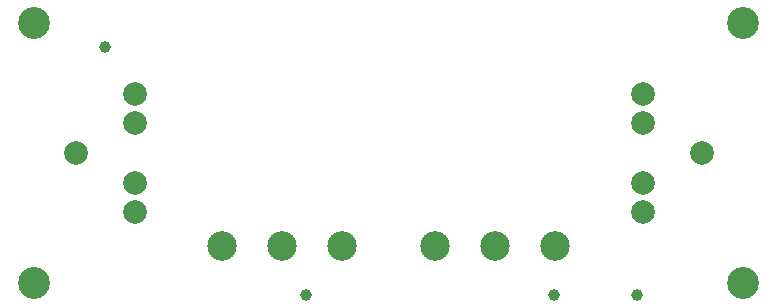
<source format=gts>
%TF.GenerationSoftware,KiCad,Pcbnew,(5.99.0-12063-ga3441a969d)*%
%TF.CreationDate,2021-08-23T19:33:07+08:00*%
%TF.ProjectId,CW-PHONE-BAND-PASS,43572d50-484f-44e4-952d-42414e442d50,rev?*%
%TF.SameCoordinates,PX5a995c0PY6422c40*%
%TF.FileFunction,Soldermask,Top*%
%TF.FilePolarity,Negative*%
%FSLAX46Y46*%
G04 Gerber Fmt 4.6, Leading zero omitted, Abs format (unit mm)*
G04 Created by KiCad (PCBNEW (5.99.0-12063-ga3441a969d)) date 2021-08-23 19:33:07*
%MOMM*%
%LPD*%
G01*
G04 APERTURE LIST*
%ADD10C,2.700000*%
%ADD11C,2.500000*%
%ADD12C,2.000000*%
%ADD13C,1.000000*%
G04 APERTURE END LIST*
D10*
%TO.C,H1*%
X68000000Y8000000D03*
%TD*%
D11*
%TO.C,RV2*%
X41920000Y11095000D03*
X47000000Y11095000D03*
X52080000Y11095000D03*
%TD*%
%TO.C,RV1*%
X23920000Y11095000D03*
X29000000Y11095000D03*
X34080000Y11095000D03*
%TD*%
D10*
%TO.C,H3*%
X8000000Y30000000D03*
%TD*%
%TO.C,H4*%
X68000000Y30000000D03*
%TD*%
%TO.C,H2*%
X8000000Y8000000D03*
%TD*%
D12*
%TO.C,J1*%
X16500000Y14000000D03*
X16500000Y16500000D03*
X11500000Y19000000D03*
X16500000Y24000000D03*
X16500000Y21500000D03*
%TD*%
D13*
%TO.C,TP3*%
X52000000Y7000000D03*
%TD*%
%TO.C,TP1*%
X14000000Y28000000D03*
%TD*%
%TO.C,TP2*%
X31000000Y7000000D03*
%TD*%
%TO.C,TP4*%
X59000000Y7000000D03*
%TD*%
D12*
%TO.C,J2*%
X59500000Y24000000D03*
X59500000Y21500000D03*
X64500000Y19000000D03*
X59500000Y14000000D03*
X59500000Y16500000D03*
%TD*%
M02*

</source>
